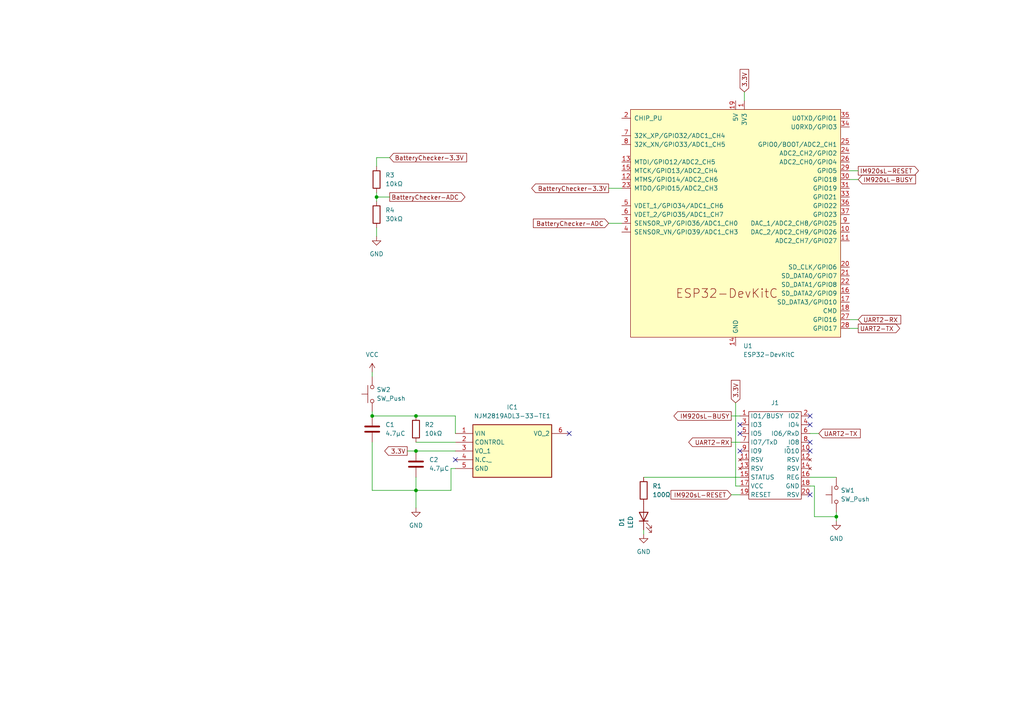
<source format=kicad_sch>
(kicad_sch (version 20230121) (generator eeschema)
  (paper "A4")
  (lib_symbols
    (symbol "Device:C" (pin_numbers hide) (pin_names (offset 0.254))
      (property "Reference" "C" (at 0.635 2.54 0))
      (property "Value" "C" (at 0.635 -2.54 0))
      (symbol "C_0_1"
        (polyline (pts (xy -2.032 -0.762) (xy 2.032 -0.762)) (stroke (width 0.508)))
        (polyline (pts (xy -2.032 0.762) (xy 2.032 0.762)) (stroke (width 0.508)))
      )
      (symbol "C_1_1"
        (pin passive line (at 0 3.81 270) (length 2.794) (name "~") (number "1"))
        (pin passive line (at 0 -3.81 90) (length 2.794) (name "~") (number "2"))
      )
    )
    (symbol "Device:LED" (pin_numbers hide) (pin_names (offset 1.016) hide)
      (property "Reference" "D" (at 0 2.54 0))
      (property "Value" "LED" (at 0 -2.54 0))
      (symbol "LED_0_1"
        (polyline (pts (xy -1.27 -1.27) (xy -1.27 1.27)) (stroke (width 0.254)))
        (polyline (pts (xy -1.27 0) (xy 1.27 0)))
        (polyline (pts (xy 1.27 -1.27) (xy 1.27 1.27) (xy -1.27 0) (xy 1.27 -1.27)) (stroke (width 0.254)))
        (polyline (pts (xy -3.048 -0.762) (xy -4.572 -2.286) (xy -3.81 -2.286) (xy -4.572 -2.286) (xy -4.572 -1.524)))
        (polyline (pts (xy -1.778 -0.762) (xy -3.302 -2.286) (xy -2.54 -2.286) (xy -3.302 -2.286) (xy -3.302 -1.524)))
      )
      (symbol "LED_1_1"
        (pin passive line (at -3.81 0 0) (length 2.54) (name "K") (number "1"))
        (pin passive line (at 3.81 0 180) (length 2.54) (name "A") (number "2"))
      )
    )
    (symbol "Device:R" (pin_numbers hide) (pin_names (offset 0))
      (property "Reference" "R" (at 2.032 0 90))
      (property "Value" "R" (at 0 0 90))
      (symbol "R_0_1"
        (rectangle (start -1.016 -2.54) (end 1.016 2.54) (stroke (width 0.254)))
      )
      (symbol "R_1_1"
        (pin passive line (at 0 3.81 270) (length 1.27) (name "~") (number "1"))
        (pin passive line (at 0 -3.81 90) (length 1.27) (name "~") (number "2"))
      )
    )
    (symbol "Esp32:ESP32-DevKitC" (pin_names (offset 1.016))
      (property "Reference" "U" (at -30.48 38.1 0))
      (property "Value" "ESP32-DevKitC" (at -30.48 35.56 0))
      (symbol "ESP32-DevKitC_0_0"
        (text "ESP32-DevKitC" (at -2.54 -20.32 0) (effects (font (size 2.54 2.54))))
        (pin power_in line (at 0 -35.56 90) (length 2.54) (name "GND") (number "14"))
        (pin power_in line (at 0 35.56 270) (length 2.54) (name "5V") (number "19"))
      )
      (symbol "ESP32-DevKitC_0_1"
        (rectangle (start -30.48 33.02) (end 30.48 -33.02) (fill (type background)))
      )
      (symbol "ESP32-DevKitC_1_1"
        (pin power_in line (at 2.54 35.56 270) (length 2.54) (name "3V3") (number "1"))
        (pin bidirectional line (at 33.02 -2.54 180) (length 2.54) (name "DAC_2/ADC2_CH9/GPIO26") (number "10"))
        (pin bidirectional line (at 33.02 -5.08 180) (length 2.54) (name "ADC2_CH7/GPIO27") (number "11"))
        (pin bidirectional line (at -33.02 12.7 0) (length 2.54) (name "MTMS/GPIO14/ADC2_CH6") (number "12"))
        (pin bidirectional line (at -33.02 17.78 0) (length 2.54) (name "MTDI/GPIO12/ADC2_CH5") (number "13"))
        (pin bidirectional line (at -33.02 15.24 0) (length 2.54) (name "MTCK/GPIO13/ADC2_CH4") (number "15"))
        (pin bidirectional line (at 33.02 -20.32 180) (length 2.54) (name "SD_DATA2/GPIO9") (number "16"))
        (pin bidirectional line (at 33.02 -22.86 180) (length 2.54) (name "SD_DATA3/GPIO10") (number "17"))
        (pin bidirectional line (at 33.02 -25.4 180) (length 2.54) (name "CMD") (number "18"))
        (pin input line (at -33.02 30.48 0) (length 2.54) (name "CHIP_PU") (number "2"))
        (pin bidirectional line (at 33.02 -12.7 180) (length 2.54) (name "SD_CLK/GPIO6") (number "20"))
        (pin bidirectional line (at 33.02 -15.24 180) (length 2.54) (name "SD_DATA0/GPIO7") (number "21"))
        (pin bidirectional line (at 33.02 -17.78 180) (length 2.54) (name "SD_DATA1/GPIO8") (number "22"))
        (pin bidirectional line (at -33.02 10.16 0) (length 2.54) (name "MTDO/GPIO15/ADC2_CH3") (number "23"))
        (pin bidirectional line (at 33.02 20.32 180) (length 2.54) (name "ADC2_CH2/GPIO2") (number "24"))
        (pin bidirectional line (at 33.02 22.86 180) (length 2.54) (name "GPIO0/BOOT/ADC2_CH1") (number "25"))
        (pin bidirectional line (at 33.02 17.78 180) (length 2.54) (name "ADC2_CH0/GPIO4") (number "26"))
        (pin bidirectional line (at 33.02 -27.94 180) (length 2.54) (name "GPIO16") (number "27"))
        (pin bidirectional line (at 33.02 -30.48 180) (length 2.54) (name "GPIO17") (number "28"))
        (pin bidirectional line (at 33.02 15.24 180) (length 2.54) (name "GPIO5") (number "29"))
        (pin input line (at -33.02 0 0) (length 2.54) (name "SENSOR_VP/GPIO36/ADC1_CH0") (number "3"))
        (pin bidirectional line (at 33.02 12.7 180) (length 2.54) (name "GPIO18") (number "30"))
        (pin bidirectional line (at 33.02 10.16 180) (length 2.54) (name "GPIO19") (number "31"))
        (pin passive line (at 0 -35.56 90) (length 2.54) hide (name "GND") (number "32"))
        (pin bidirectional line (at 33.02 7.62 180) (length 2.54) (name "GPIO21") (number "33"))
        (pin bidirectional line (at 33.02 27.94 180) (length 2.54) (name "U0RXD/GPIO3") (number "34"))
        (pin bidirectional line (at 33.02 30.48 180) (length 2.54) (name "U0TXD/GPIO1") (number "35"))
        (pin bidirectional line (at 33.02 5.08 180) (length 2.54) (name "GPIO22") (number "36"))
        (pin bidirectional line (at 33.02 2.54 180) (length 2.54) (name "GPIO23") (number "37"))
        (pin passive line (at 0 -35.56 90) (length 2.54) hide (name "GND") (number "38"))
        (pin input line (at -33.02 -2.54 0) (length 2.54) (name "SENSOR_VN/GPIO39/ADC1_CH3") (number "4"))
        (pin input line (at -33.02 5.08 0) (length 2.54) (name "VDET_1/GPIO34/ADC1_CH6") (number "5"))
        (pin input line (at -33.02 2.54 0) (length 2.54) (name "VDET_2/GPIO35/ADC1_CH7") (number "6"))
        (pin bidirectional line (at -33.02 25.4 0) (length 2.54) (name "32K_XP/GPIO32/ADC1_CH4") (number "7"))
        (pin bidirectional line (at -33.02 22.86 0) (length 2.54) (name "32K_XN/GPIO33/ADC1_CH5") (number "8"))
        (pin bidirectional line (at 33.02 0 180) (length 2.54) (name "DAC_1/ADC2_CH8/GPIO25") (number "9"))
      )
    )
    (symbol "GND_1" (power) (pin_names (offset 0))
      (property "Value" "GND_1" (at 0 -3.81 0))
      (symbol "GND_1_0_1"
        (polyline (pts (xy 0 0) (xy 0 -1.27) (xy 1.27 -1.27) (xy 0 -2.54) (xy -1.27 -1.27) (xy 0 -1.27)))
      )
      (symbol "GND_1_1_1"
        (pin power_in line (at 0 0 270) (length 0) hide (name "GND") (number "1"))
      )
    )
    (symbol "GND_2" (power) (pin_names (offset 0))
      (property "Value" "GND_2" (at 0 -3.81 0))
      (symbol "GND_2_0_1"
        (polyline (pts (xy 0 0) (xy 0 -1.27) (xy 1.27 -1.27) (xy 0 -2.54) (xy -1.27 -1.27) (xy 0 -1.27)))
      )
      (symbol "GND_2_1_1"
        (pin power_in line (at 0 0 270) (length 0) hide (name "GND") (number "1"))
      )
    )
    (symbol "IM920:IM920c-ADP"
      (property "Reference" "J" (at 0 -13.97 0))
      (symbol "IM920c-ADP_0_1"
        (rectangle (start -7.62 12.7) (end 7.62 -12.7))
      )
      (symbol "IM920c-ADP_1_0"
        (pin bidirectional line (at -10.16 -6.35 0) (length 2.54) (name "STATUS") (number "15"))
        (pin bidirectional line (at 10.16 -6.35 180) (length 2.54) (name "REG") (number "16"))
        (pin power_in line (at -10.16 -8.89 0) (length 2.54) (name "VCC") (number "17"))
        (pin power_in line (at 10.16 -8.89 180) (length 2.54) (name "GND") (number "18"))
        (pin bidirectional line (at -10.16 -11.43 0) (length 2.54) (name "RESET") (number "19"))
        (pin bidirectional line (at 10.16 -11.43 180) (length 2.54) (name "RSV") (number "20"))
      )
      (symbol "IM920c-ADP_1_1"
        (pin bidirectional line (at -10.16 11.43 0) (length 2.54) (name "IO1/BUSY") (number "1"))
        (pin bidirectional line (at 10.16 1.27 180) (length 2.54) (name "IO10") (number "10"))
        (pin no_connect line (at -10.16 -1.27 0) (length 2.54) (name "RSV") (number "11"))
        (pin no_connect line (at 10.16 -1.27 180) (length 2.54) (name "RSV") (number "12"))
        (pin no_connect line (at -10.16 -3.81 0) (length 2.54) (name "RSV") (number "13"))
        (pin no_connect line (at 10.16 -3.81 180) (length 2.54) (name "RSV") (number "14"))
        (pin bidirectional line (at 10.16 11.43 180) (length 2.54) (name "IO2") (number "2"))
        (pin bidirectional line (at -10.16 8.89 0) (length 2.54) (name "IO3") (number "3"))
        (pin bidirectional line (at 10.16 8.89 180) (length 2.54) (name "IO4") (number "4"))
        (pin bidirectional line (at -10.16 6.35 0) (length 2.54) (name "IO5") (number "5"))
        (pin bidirectional line (at 10.16 6.35 180) (length 2.54) (name "IO6/RxD") (number "6"))
        (pin bidirectional line (at -10.16 3.81 0) (length 2.54) (name "IO7/TxD") (number "7"))
        (pin bidirectional line (at 10.16 3.81 180) (length 2.54) (name "IO8") (number "8"))
        (pin bidirectional line (at -10.16 1.27 0) (length 2.54) (name "IO9") (number "9"))
      )
    )
    (symbol "NJM2819ADL3-33-TE1:NJM2819ADL3-33-TE1"
      (property "Reference" "IC" (at 29.21 7.62 0))
      (property "Value" "NJM2819ADL3-33-TE1" (at 29.21 5.08 0))
      (symbol "NJM2819ADL3-33-TE1_1_1"
        (rectangle (start 5.08 2.54) (end 27.94 -12.7) (stroke (width 0.254)) (fill (type background)))
        (pin passive line (at 0 0 0) (length 5.08) (name "VIN") (number "1"))
        (pin passive line (at 0 -2.54 0) (length 5.08) (name "CONTROL") (number "2"))
        (pin passive line (at 0 -5.08 0) (length 5.08) (name "VO_1") (number "3"))
        (pin passive line (at 0 -7.62 0) (length 5.08) (name "N.C._") (number "4"))
        (pin passive line (at 0 -10.16 0) (length 5.08) (name "GND") (number "5"))
        (pin passive line (at 33.02 0 180) (length 5.08) (name "VO_2") (number "6"))
      )
    )
    (symbol "Switch:SW_Push" (pin_numbers hide) (pin_names (offset 1.016) hide)
      (property "Reference" "SW" (at 1.27 2.54 0))
      (property "Value" "SW_Push" (at 0 -1.524 0))
      (symbol "SW_Push_0_1"
        (circle (center -2.032 0) (radius 0.508))
        (polyline (pts (xy 0 1.27) (xy 0 3.048)))
        (polyline (pts (xy 2.54 1.27) (xy -2.54 1.27)))
        (circle (center 2.032 0) (radius 0.508))
        (pin passive line (at -5.08 0 0) (length 2.54) (name "1") (number "1"))
        (pin passive line (at 5.08 0 180) (length 2.54) (name "2") (number "2"))
      )
    )
    (symbol "power:GND" (power) (pin_names (offset 0))
      (property "Value" "GND" (at 0 -3.81 0))
      (symbol "GND_0_1"
        (polyline (pts (xy 0 0) (xy 0 -1.27) (xy 1.27 -1.27) (xy 0 -2.54) (xy -1.27 -1.27) (xy 0 -1.27)))
      )
      (symbol "GND_1_1"
        (pin power_in line (at 0 0 270) (length 0) hide (name "GND") (number "1"))
      )
    )
    (symbol "power:VCC" (power) (pin_names (offset 0))
      (property "Value" "VCC" (at 0 3.81 0))
      (symbol "VCC_0_1"
        (polyline (pts (xy -0.762 1.27) (xy 0 2.54)))
        (polyline (pts (xy 0 0) (xy 0 2.54)))
        (polyline (pts (xy 0 2.54) (xy 0.762 1.27)))
      )
      (symbol "VCC_1_1"
        (pin power_in line (at 0 0 90) (length 0) hide (name "VCC") (number "1"))
      )
    )
  )
  (junction (at 107.95 120.65))
  (junction (at 120.65 120.65))
  (junction (at 109.22 57.15))
  (junction (at 120.65 130.81))
  (junction (at 120.65 142.24))
  (junction (at 242.57 149.86))
  (no_connect (at 234.95 120.65))
  (no_connect (at 214.63 123.19))
  (no_connect (at 214.63 125.73))
  (no_connect (at 214.63 130.81))
  (no_connect (at 234.95 143.51))
  (no_connect (at 234.95 130.81))
  (no_connect (at 165.1 125.73))
  (no_connect (at 234.95 128.27))
  (no_connect (at 234.95 123.19))
  (no_connect (at 132.08 133.35))
  (wire (pts (xy 120.65 130.81) (xy 132.08 130.81)))
  (wire (pts (xy 109.22 68.58) (xy 109.22 66.04)))
  (wire (pts (xy 176.53 54.61) (xy 180.34 54.61)))
  (wire (pts (xy 236.22 149.86) (xy 242.57 149.86)))
  (wire (pts (xy 215.9 26.67) (xy 215.9 29.21)))
  (wire (pts (xy 248.92 52.07) (xy 246.38 52.07)))
  (wire (pts (xy 118.11 130.81) (xy 120.65 130.81)))
  (wire (pts (xy 107.95 109.22) (xy 107.95 107.95)))
  (wire (pts (xy 212.09 143.51) (xy 214.63 143.51)))
  (wire (pts (xy 246.38 95.25) (xy 248.92 95.25)))
  (wire (pts (xy 107.95 128.27) (xy 107.95 142.24)))
  (wire (pts (xy 130.81 142.24) (xy 130.81 135.89)))
  (wire (pts (xy 107.95 119.38) (xy 107.95 120.65)))
  (wire (pts (xy 130.81 142.24) (xy 120.65 142.24)))
  (wire (pts (xy 212.09 120.65) (xy 214.63 120.65)))
  (wire (pts (xy 212.09 128.27) (xy 214.63 128.27)))
  (wire (pts (xy 214.63 138.43) (xy 186.69 138.43)))
  (wire (pts (xy 109.22 57.15) (xy 109.22 58.42)))
  (wire (pts (xy 248.92 49.53) (xy 246.38 49.53)))
  (wire (pts (xy 234.95 125.73) (xy 237.49 125.73)))
  (wire (pts (xy 130.81 135.89) (xy 132.08 135.89)))
  (wire (pts (xy 109.22 45.72) (xy 113.03 45.72)))
  (wire (pts (xy 109.22 57.15) (xy 113.03 57.15)))
  (wire (pts (xy 236.22 140.97) (xy 236.22 149.86)))
  (wire (pts (xy 120.65 128.27) (xy 132.08 128.27)))
  (wire (pts (xy 242.57 151.13) (xy 242.57 149.86)))
  (wire (pts (xy 120.65 138.43) (xy 120.65 142.24)))
  (wire (pts (xy 107.95 120.65) (xy 120.65 120.65)))
  (wire (pts (xy 213.36 116.84) (xy 213.36 140.97)))
  (wire (pts (xy 120.65 142.24) (xy 120.65 147.32)))
  (wire (pts (xy 246.38 92.71) (xy 248.92 92.71)))
  (wire (pts (xy 109.22 48.26) (xy 109.22 45.72)))
  (wire (pts (xy 107.95 142.24) (xy 120.65 142.24)))
  (wire (pts (xy 213.36 140.97) (xy 214.63 140.97)))
  (wire (pts (xy 176.53 64.77) (xy 180.34 64.77)))
  (wire (pts (xy 109.22 55.88) (xy 109.22 57.15)))
  (wire (pts (xy 132.08 120.65) (xy 120.65 120.65)))
  (wire (pts (xy 132.08 125.73) (xy 132.08 120.65)))
  (wire (pts (xy 242.57 149.86) (xy 242.57 148.59)))
  (wire (pts (xy 186.69 154.94) (xy 186.69 153.67)))
  (wire (pts (xy 234.95 138.43) (xy 242.57 138.43)))
  (wire (pts (xy 234.95 140.97) (xy 236.22 140.97)))
  (global_label "3.3V" (shape output) (at 118.11 130.81 180) (property "Intersheetrefs" "${INTERSHEET_REFS}" (effects hide)))
  (global_label "BatteryChecker-3.3V" (shape input) (at 113.03 45.72 0) (property "Intersheetrefs" "${INTERSHEET_REFS}" (effects hide)))
  (global_label "UART2-TX" (shape input) (at 237.49 125.73 0) (property "Intersheetrefs" "${INTERSHEET_REFS}" (effects hide)))
  (global_label "BatteryChecker-ADC" (shape input) (at 176.53 64.77 180) (property "Intersheetrefs" "${INTERSHEET_REFS}" (effects hide)))
  (global_label "IM920sL-BUSY" (shape input) (at 248.92 52.07 0) (property "Intersheetrefs" "${INTERSHEET_REFS}" (effects hide)))
  (global_label "IM920sL-RESET" (shape input) (at 212.09 143.51 180) (property "Intersheetrefs" "${INTERSHEET_REFS}" (effects hide)))
  (global_label "BatteryChecker-3.3V" (shape output) (at 176.53 54.61 180) (property "Intersheetrefs" "${INTERSHEET_REFS}" (effects hide)))
  (global_label "UART2-RX" (shape input) (at 248.92 92.71 0) (property "Intersheetrefs" "${INTERSHEET_REFS}" (effects hide)))
  (global_label "UART2-TX" (shape output) (at 248.92 95.25 0) (property "Intersheetrefs" "${INTERSHEET_REFS}" (effects hide)))
  (global_label "3.3V" (shape input) (at 213.36 116.84 90) (property "Intersheetrefs" "${INTERSHEET_REFS}" (effects hide)))
  (global_label "3.3V" (shape input) (at 215.9 26.67 90) (property "Intersheetrefs" "${INTERSHEET_REFS}" (effects hide)))
  (global_label "UART2-RX" (shape output) (at 212.09 128.27 180) (property "Intersheetrefs" "${INTERSHEET_REFS}" (effects hide)))
  (global_label "BatteryChecker-ADC" (shape output) (at 113.03 57.15 0) (property "Intersheetrefs" "${INTERSHEET_REFS}" (effects hide)))
  (global_label "IM920sL-RESET" (shape output) (at 248.92 49.53 0) (property "Intersheetrefs" "${INTERSHEET_REFS}" (effects hide)))
  (global_label "IM920sL-BUSY" (shape output) (at 212.09 120.65 180) (property "Intersheetrefs" "${INTERSHEET_REFS}" (effects hide)))
  (symbol (lib_id "Device:R") (at 186.69 142.24 0) (unit 1)
    (property "Reference" "R1" (at 189.23 140.97 0) (effects (justify left)))
    (property "Value" "100Ω" (at 189.23 143.51 0) (effects (justify left)))
  )
  (symbol (lib_id "Device:R") (at 109.22 62.23 0) (unit 1)
    (property "Reference" "R4" (at 111.76 60.96 0) (effects (justify left)))
    (property "Value" "30kΩ" (at 111.76 63.5 0) (effects (justify left)))
  )
  (symbol (lib_id "power:VCC") (at 107.95 107.95 0) (unit 1)
    (property "Reference" "#PWR01" (effects hide))
    (property "Value" "VCC" (at 107.95 102.87 0))
  )
  (symbol (lib_id "Device:R") (at 120.65 124.46 0) (unit 1)
    (property "Reference" "R2" (at 123.19 123.19 0) (effects (justify left)))
    (property "Value" "10kΩ" (at 123.19 125.73 0) (effects (justify left)))
  )
  (symbol (lib_id "power:GND") (at 186.69 154.94 0) (unit 1)
    (property "Reference" "#PWR03" (effects hide))
    (property "Value" "GND" (at 186.69 160.02 0))
  )
  (symbol (lib_id "Device:C") (at 120.65 134.62 180) (unit 1)
    (property "Reference" "C2" (at 124.46 133.35 0) (effects (justify right)))
    (property "Value" "4.7μC" (at 124.46 135.89 0) (effects (justify right)))
  )
  (symbol (lib_name "GND_2") (lib_id "power:GND") (at 109.22 68.58 0) (unit 1)
    (property "Reference" "#PWR05" (effects hide))
    (property "Value" "GND" (at 109.22 73.66 0))
  )
  (symbol (lib_id "Switch:SW_Push") (at 107.95 114.3 90) (unit 1)
    (property "Reference" "SW2" (at 109.22 113.03 90) (effects (justify right)))
    (property "Value" "SW_Push" (at 109.22 115.57 90) (effects (justify right)))
  )
  (symbol (lib_id "Switch:SW_Push") (at 242.57 143.51 90) (unit 1)
    (property "Reference" "SW1" (at 243.84 142.24 90) (effects (justify right)))
    (property "Value" "SW_Push" (at 243.84 144.78 90) (effects (justify right)))
  )
  (symbol (lib_id "Device:R") (at 109.22 52.07 0) (unit 1)
    (property "Reference" "R3" (at 111.76 50.8 0) (effects (justify left)))
    (property "Value" "10kΩ" (at 111.76 53.34 0) (effects (justify left)))
  )
  (symbol (lib_id "Device:LED") (at 186.69 149.86 90) (unit 1)
    (property "Reference" "D1" (at 180.34 151.4475 0))
    (property "Value" "LED" (at 182.88 151.4475 0))
  )
  (symbol (lib_id "NJM2819ADL3-33-TE1:NJM2819ADL3-33-TE1") (at 132.08 125.73 0) (unit 1)
    (property "Reference" "IC1" (at 148.59 118.11 0))
    (property "Value" "NJM2819ADL3-33-TE1" (at 148.59 120.65 0))
    (property "Footprint" "NJM2819ADL333TE1" (effects hide))
    (property "Datasheet" "https://www.njr.com/electronic_device/PDF/NJM2819A_E.pdf" (effects hide))
    (property "Height" "2.63" (effects hide))
    (property "Manufacturer_Name" "New Japan Radio" (effects hide))
    (property "Manufacturer_Part_Number" "NJM2819ADL3-33-TE1" (effects hide))
  )
  (symbol (lib_id "power:GND") (at 242.57 151.13 0) (unit 1)
    (property "Reference" "#PWR04" (effects hide))
    (property "Value" "GND" (at 242.57 156.21 0))
  )
  (symbol (lib_id "Device:C") (at 107.95 124.46 180) (unit 1)
    (property "Reference" "C1" (at 111.76 123.19 0) (effects (justify right)))
    (property "Value" "4.7μC" (at 111.76 125.73 0) (effects (justify right)))
  )
  (symbol (lib_id "Esp32:ESP32-DevKitC") (at 213.36 64.77 0) (unit 1)
    (property "Reference" "U1" (at 215.5541 100.33 0) (effects (justify left)))
    (property "Value" "ESP32-DevKitC" (at 215.5541 102.87 0) (effects (justify left)))
    (property "Footprint" "PCM_Espressif:ESP32-DevKitC" (effects hide))
    (property "Datasheet" "https://docs.espressif.com/projects/esp-idf/zh_CN/latest/esp32/hw-reference/esp32/get-started-devkitc.html" (effects hide))
  )
  (symbol (lib_name "GND_1") (lib_id "power:GND") (at 120.65 147.32 0) (unit 1)
    (property "Reference" "#PWR02" (effects hide))
    (property "Value" "GND" (at 120.65 152.4 0))
  )
  (symbol (lib_id "IM920:IM920c-ADP") (at 224.79 132.08 0) (unit 1)
    (property "Reference" "J1" (at 224.79 116.84 0))
    (property "Value" "~" (at 228.6 129.54 0))
  )
)
</source>
